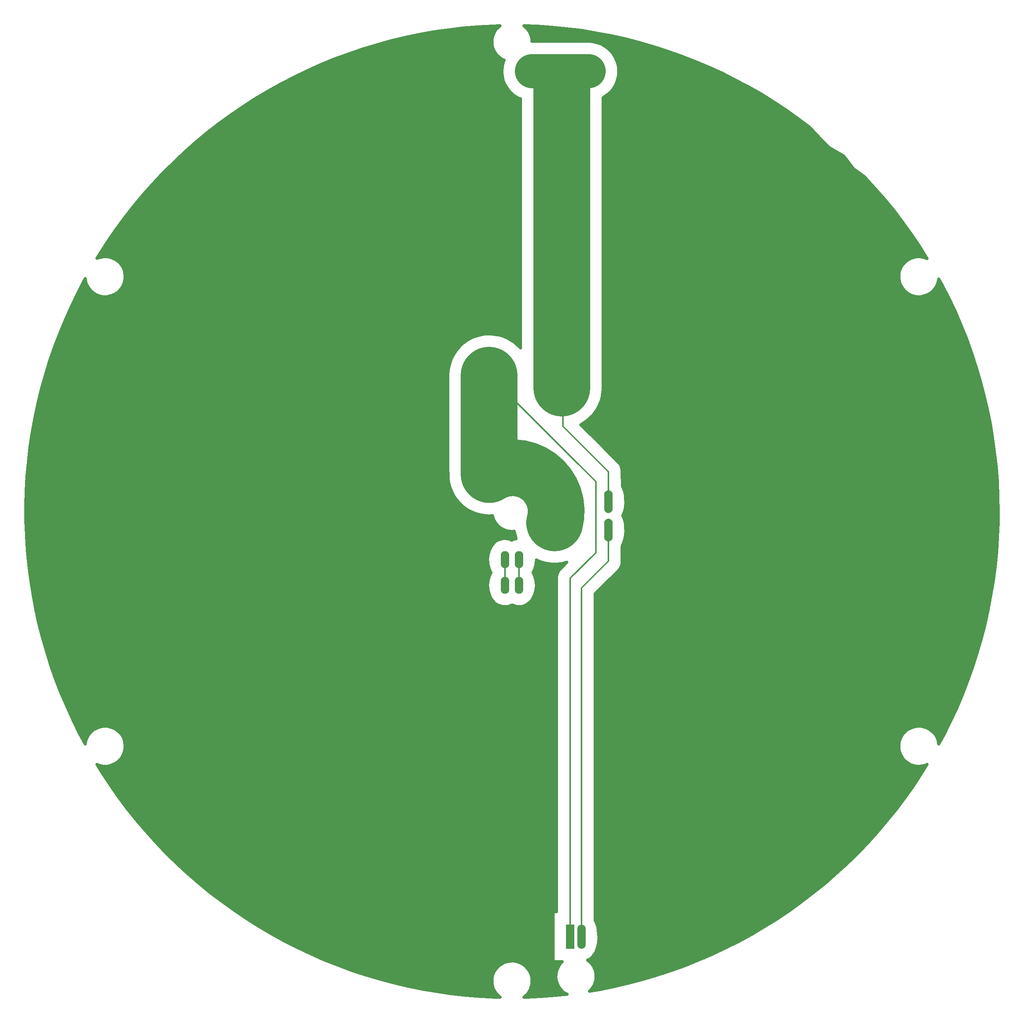
<source format=gbr>
G04 DipTrace 2.3.1.0*
%INBottom_58744_REV3_BLACKPOINT.gbr*%
%MOIN*%
%ADD13C,0.013*%
%ADD14C,0.3*%
%ADD15C,0.5*%
%ADD16C,0.025*%
%ADD21O,0.075X0.2*%
%ADD22O,0.075X0.2125*%
%ADD24O,0.075X0.15*%
%ADD25C,0.06*%
%FSLAX44Y44*%
G04*
G70*
G90*
G75*
G01*
%LNBottom*%
%LPD*%
X47244Y55372D2*
D13*
Y53247D1*
X45244Y59122D2*
X45369D1*
X54619Y49872D1*
Y43622D1*
X52369Y41372D1*
Y10622D1*
X48994Y85997D2*
D14*
X53994D1*
X46619Y42997D2*
D13*
Y40622D1*
X53369Y10622D2*
Y40497D1*
X55744Y42872D1*
Y45497D1*
X45994Y55372D2*
Y53247D1*
X45244Y59247D2*
D15*
Y50497D1*
D13*
X44994Y50747D1*
X47869Y42997D2*
Y40747D1*
X55744Y48622D2*
Y50747D1*
X51744Y54747D1*
Y59997D1*
X51619Y84997D2*
D15*
Y58122D1*
D25*
X49119Y86372D3*
X48619Y85622D3*
X49994Y86497D3*
X50994D3*
X51994Y86372D3*
X53744Y85747D3*
X52869Y86122D3*
X46619Y49622D3*
X47494D3*
X48244Y49247D3*
X48869Y48622D3*
X49119Y47872D3*
Y46997D3*
X49744Y46497D3*
X42676Y89778D2*
D16*
X45919D1*
X48570D2*
X51821D1*
X40777Y89530D2*
X45727D1*
X48762D2*
X53708D1*
X39320Y89281D2*
X45598D1*
X48890D2*
X55157D1*
X38101Y89032D2*
X45512D1*
X48976D2*
X56379D1*
X37039Y88784D2*
X45465D1*
X49023D2*
X57450D1*
X36078Y88535D2*
X45454D1*
X54726D2*
X58426D1*
X35187Y88286D2*
X45481D1*
X55324D2*
X59294D1*
X34379Y88038D2*
X45544D1*
X55687D2*
X60106D1*
X33621Y87789D2*
X45645D1*
X55953D2*
X60879D1*
X32890Y87540D2*
X45797D1*
X56156D2*
X61583D1*
X32226Y87292D2*
X46020D1*
X56316D2*
X62270D1*
X31570Y87043D2*
X46364D1*
X56437D2*
X62911D1*
X30961Y86794D2*
X46458D1*
X56531D2*
X63532D1*
X30363Y86546D2*
X46391D1*
X56597D2*
X64118D1*
X29804Y86297D2*
X46352D1*
X56637D2*
X64688D1*
X29250Y86048D2*
X46337D1*
X56652D2*
X65231D1*
X28734Y85799D2*
X46340D1*
X56648D2*
X65766D1*
X28219Y85551D2*
X46372D1*
X56617D2*
X66266D1*
X27730Y85302D2*
X46426D1*
X56562D2*
X66766D1*
X27254Y85053D2*
X46508D1*
X56480D2*
X67235D1*
X26785Y84805D2*
X46618D1*
X56371D2*
X67700D1*
X26344Y84556D2*
X46762D1*
X56226D2*
X68153D1*
X25898Y84307D2*
X46946D1*
X56043D2*
X68583D1*
X25476Y84059D2*
X47184D1*
X55804D2*
X69016D1*
X25062Y83810D2*
X47501D1*
X55488D2*
X69426D1*
X24652Y83561D2*
X47958D1*
X55281D2*
X69829D1*
X24265Y83313D2*
X47958D1*
X55281D2*
X70231D1*
X23879Y83064D2*
X47958D1*
X55281D2*
X70610D1*
X23496Y82815D2*
X47958D1*
X55281D2*
X70985D1*
X23137Y82567D2*
X47958D1*
X55281D2*
X71360D1*
X22773Y82318D2*
X47958D1*
X55281D2*
X71712D1*
X22418Y82069D2*
X47958D1*
X55281D2*
X72067D1*
X22078Y81820D2*
X47958D1*
X55281D2*
X72419D1*
X21738Y81572D2*
X47958D1*
X55281D2*
X72747D1*
X21402Y81323D2*
X47958D1*
X55281D2*
X73079D1*
X21086Y81074D2*
X47958D1*
X55281D2*
X73411D1*
X20765Y80826D2*
X47958D1*
X55281D2*
X73641D1*
X20449Y80577D2*
X47958D1*
X55281D2*
X73876D1*
X20148Y80328D2*
X47958D1*
X55281D2*
X74106D1*
X19847Y80080D2*
X47958D1*
X55281D2*
X74337D1*
X19551Y79831D2*
X47958D1*
X55281D2*
X74583D1*
X19262Y79582D2*
X47958D1*
X55281D2*
X74833D1*
X18980Y79334D2*
X47958D1*
X55281D2*
X75083D1*
X18699Y79085D2*
X47958D1*
X55281D2*
X75462D1*
X18418Y78836D2*
X47958D1*
X55281D2*
X75883D1*
X18152Y78588D2*
X47958D1*
X55281D2*
X76309D1*
X17890Y78339D2*
X47958D1*
X55281D2*
X76544D1*
X17625Y78090D2*
X47958D1*
X55281D2*
X76735D1*
X17367Y77841D2*
X47958D1*
X55281D2*
X76922D1*
X17121Y77593D2*
X47958D1*
X55281D2*
X77114D1*
X16871Y77344D2*
X47958D1*
X55281D2*
X77344D1*
X16621Y77095D2*
X47958D1*
X55281D2*
X77696D1*
X16383Y76847D2*
X47958D1*
X55281D2*
X78044D1*
X16148Y76598D2*
X47958D1*
X55281D2*
X78344D1*
X15914Y76349D2*
X47958D1*
X55281D2*
X78571D1*
X15683Y76101D2*
X47958D1*
X55281D2*
X78801D1*
X15461Y75852D2*
X47958D1*
X55281D2*
X79032D1*
X15242Y75603D2*
X47958D1*
X55281D2*
X79251D1*
X15019Y75355D2*
X47958D1*
X55281D2*
X79465D1*
X14801Y75106D2*
X47958D1*
X55281D2*
X79680D1*
X14594Y74857D2*
X47958D1*
X55281D2*
X79899D1*
X14387Y74609D2*
X47958D1*
X55281D2*
X80106D1*
X14179Y74360D2*
X47958D1*
X55281D2*
X80305D1*
X13972Y74111D2*
X47958D1*
X55281D2*
X80508D1*
X13777Y73862D2*
X47958D1*
X55281D2*
X80712D1*
X13586Y73614D2*
X47958D1*
X55281D2*
X80907D1*
X13390Y73365D2*
X47958D1*
X55281D2*
X81098D1*
X13195Y73116D2*
X47958D1*
X55281D2*
X81290D1*
X13012Y72868D2*
X47958D1*
X55281D2*
X81477D1*
X12828Y72619D2*
X47958D1*
X55281D2*
X81665D1*
X12644Y72370D2*
X47958D1*
X55281D2*
X81840D1*
X12465Y72122D2*
X47958D1*
X55281D2*
X82020D1*
X12289Y71873D2*
X47958D1*
X55281D2*
X82200D1*
X12117Y71624D2*
X47958D1*
X55281D2*
X82376D1*
X11945Y71376D2*
X47958D1*
X55281D2*
X82544D1*
X11773Y71127D2*
X47958D1*
X55281D2*
X82712D1*
X11609Y70878D2*
X47958D1*
X55281D2*
X82879D1*
X11449Y70630D2*
X47958D1*
X55281D2*
X83047D1*
X11289Y70381D2*
X47958D1*
X55281D2*
X83204D1*
X11125Y70132D2*
X47958D1*
X55281D2*
X83360D1*
X10969Y69883D2*
X47958D1*
X55281D2*
X83516D1*
X10816Y69635D2*
X11012D1*
X11875D2*
X47958D1*
X55281D2*
X82614D1*
X83476D2*
X83672D1*
X12449Y69386D2*
X47958D1*
X55281D2*
X82040D1*
X12746Y69137D2*
X47958D1*
X55281D2*
X81743D1*
X12941Y68889D2*
X47958D1*
X55281D2*
X81547D1*
X13078Y68640D2*
X47958D1*
X55281D2*
X81411D1*
X13168Y68391D2*
X47958D1*
X55281D2*
X81321D1*
X13219Y68143D2*
X47958D1*
X55281D2*
X81270D1*
X13234Y67894D2*
X47958D1*
X55281D2*
X81254D1*
X13215Y67645D2*
X47958D1*
X55281D2*
X81274D1*
X9535Y67397D2*
X9731D1*
X13156D2*
X47958D1*
X55281D2*
X81333D1*
X84758D2*
X84958D1*
X9402Y67148D2*
X9833D1*
X13058D2*
X47958D1*
X55281D2*
X81430D1*
X84656D2*
X85090D1*
X9273Y66899D2*
X9977D1*
X12910D2*
X47958D1*
X55281D2*
X81579D1*
X84512D2*
X85215D1*
X9144Y66651D2*
X10192D1*
X12699D2*
X47958D1*
X55281D2*
X81790D1*
X84297D2*
X85344D1*
X9015Y66402D2*
X10516D1*
X12375D2*
X47958D1*
X55281D2*
X82114D1*
X83972D2*
X85469D1*
X8894Y66153D2*
X11360D1*
X11529D2*
X47958D1*
X55281D2*
X82962D1*
X83129D2*
X85594D1*
X8777Y65904D2*
X47958D1*
X55281D2*
X85715D1*
X8656Y65656D2*
X47958D1*
X55281D2*
X85833D1*
X8535Y65407D2*
X47958D1*
X55281D2*
X85950D1*
X8422Y65158D2*
X47958D1*
X55281D2*
X86067D1*
X8308Y64910D2*
X47958D1*
X55281D2*
X86184D1*
X8195Y64661D2*
X47958D1*
X55281D2*
X86294D1*
X8086Y64412D2*
X47958D1*
X55281D2*
X86403D1*
X7972Y64164D2*
X47958D1*
X55281D2*
X86508D1*
X7871Y63915D2*
X47958D1*
X55281D2*
X86618D1*
X7769Y63666D2*
X47958D1*
X55281D2*
X86723D1*
X7668Y63418D2*
X47958D1*
X55281D2*
X86825D1*
X7562Y63169D2*
X47958D1*
X55281D2*
X86922D1*
X7461Y62920D2*
X47958D1*
X55281D2*
X87024D1*
X7367Y62672D2*
X44001D1*
X46488D2*
X47958D1*
X55281D2*
X87122D1*
X7273Y62423D2*
X43450D1*
X47039D2*
X47958D1*
X55281D2*
X87219D1*
X7179Y62174D2*
X43063D1*
X47426D2*
X47958D1*
X55281D2*
X87309D1*
X7086Y61925D2*
X42762D1*
X47726D2*
X47958D1*
X55281D2*
X87399D1*
X6996Y61677D2*
X42516D1*
X55281D2*
X87489D1*
X6910Y61428D2*
X42313D1*
X55281D2*
X87579D1*
X6824Y61179D2*
X42141D1*
X55281D2*
X87669D1*
X6738Y60931D2*
X41997D1*
X55281D2*
X87751D1*
X6652Y60682D2*
X41879D1*
X55281D2*
X87833D1*
X6570Y60433D2*
X41782D1*
X55281D2*
X87915D1*
X6496Y60185D2*
X41708D1*
X55281D2*
X87997D1*
X6418Y59936D2*
X41649D1*
X55281D2*
X88075D1*
X6340Y59687D2*
X41610D1*
X55281D2*
X88149D1*
X6262Y59439D2*
X41590D1*
X55281D2*
X88223D1*
X6187Y59190D2*
X41583D1*
X55281D2*
X88297D1*
X6121Y58941D2*
X41583D1*
X55281D2*
X88372D1*
X6051Y58693D2*
X41583D1*
X55281D2*
X88442D1*
X5984Y58444D2*
X41583D1*
X55281D2*
X88504D1*
X5914Y58195D2*
X41583D1*
X55281D2*
X88571D1*
X5847Y57946D2*
X41583D1*
X55273D2*
X88637D1*
X5789Y57698D2*
X41583D1*
X55254D2*
X88704D1*
X5726Y57449D2*
X41583D1*
X55215D2*
X88766D1*
X5664Y57200D2*
X41583D1*
X55160D2*
X88825D1*
X5605Y56952D2*
X41583D1*
X55086D2*
X88879D1*
X5547Y56703D2*
X41583D1*
X54992D2*
X88938D1*
X5492Y56454D2*
X41583D1*
X54875D2*
X88997D1*
X5441Y56206D2*
X41583D1*
X54734D2*
X89051D1*
X5387Y55957D2*
X41583D1*
X54562D2*
X89102D1*
X5336Y55708D2*
X41583D1*
X54363D2*
X89153D1*
X5285Y55460D2*
X41583D1*
X54117D2*
X89200D1*
X5238Y55211D2*
X41583D1*
X53820D2*
X89251D1*
X5195Y54962D2*
X41583D1*
X53441D2*
X89297D1*
X5148Y54714D2*
X41583D1*
X53500D2*
X89340D1*
X5105Y54465D2*
X41583D1*
X53750D2*
X89383D1*
X5058Y54216D2*
X41583D1*
X53996D2*
X89426D1*
X5023Y53967D2*
X41583D1*
X54246D2*
X89465D1*
X4984Y53719D2*
X41583D1*
X54496D2*
X89508D1*
X4949Y53470D2*
X41583D1*
X54742D2*
X89544D1*
X4910Y53221D2*
X41583D1*
X54992D2*
X89579D1*
X4875Y52973D2*
X41583D1*
X55242D2*
X89610D1*
X4844Y52724D2*
X41583D1*
X55488D2*
X89645D1*
X4812Y52475D2*
X41583D1*
X55738D2*
X89680D1*
X4781Y52227D2*
X41583D1*
X55988D2*
X89708D1*
X4754Y51978D2*
X41583D1*
X56234D2*
X89735D1*
X4722Y51729D2*
X41583D1*
X56484D2*
X89762D1*
X4699Y51481D2*
X41583D1*
X56719D2*
X89786D1*
X4676Y51232D2*
X41583D1*
X56867D2*
X89813D1*
X4656Y50983D2*
X41583D1*
X56945D2*
X89837D1*
X4633Y50735D2*
X41583D1*
X56969D2*
X89856D1*
X4613Y50486D2*
X41583D1*
X56969D2*
X89876D1*
X4594Y50237D2*
X41594D1*
X56969D2*
X89891D1*
X4578Y49988D2*
X41622D1*
X56969D2*
X89911D1*
X4566Y49740D2*
X41665D1*
X56969D2*
X89926D1*
X4551Y49491D2*
X41727D1*
X56976D2*
X89938D1*
X4535Y49242D2*
X41809D1*
X57086D2*
X89950D1*
X4523Y48994D2*
X41911D1*
X57172D2*
X89962D1*
X4515Y48745D2*
X42036D1*
X57222D2*
X89973D1*
X4512Y48496D2*
X42184D1*
X57258D2*
X89981D1*
X4504Y48248D2*
X42364D1*
X57273D2*
X89985D1*
X4496Y47999D2*
X42579D1*
X57273D2*
X89989D1*
X4492Y47750D2*
X42840D1*
X57258D2*
X89993D1*
X4492Y47502D2*
X43161D1*
X57222D2*
X89997D1*
X4492Y47253D2*
X43579D1*
X57172D2*
X90001D1*
X4492Y47004D2*
X44212D1*
X57086D2*
X90001D1*
X4492Y46756D2*
X45524D1*
X57082D2*
X89997D1*
X4496Y46507D2*
X45618D1*
X57168D2*
X89993D1*
X4500Y46258D2*
X45758D1*
X57219D2*
X89989D1*
X4508Y46009D2*
X45962D1*
X57258D2*
X89981D1*
X4519Y45761D2*
X46266D1*
X57273D2*
X89969D1*
X4527Y45512D2*
X46895D1*
X57273D2*
X89962D1*
X4535Y45263D2*
X47469D1*
X57262D2*
X89954D1*
X4547Y45015D2*
X47551D1*
X57222D2*
X89942D1*
X4562Y44766D2*
X46063D1*
X47176D2*
X47312D1*
X57176D2*
X89926D1*
X4578Y44517D2*
X45680D1*
X57090D2*
X89911D1*
X4594Y44269D2*
X45454D1*
X56984D2*
X89891D1*
X4613Y44020D2*
X45313D1*
X56969D2*
X89876D1*
X4629Y43771D2*
X45208D1*
X56969D2*
X89860D1*
X4652Y43523D2*
X45141D1*
X56969D2*
X89837D1*
X4676Y43274D2*
X45102D1*
X56969D2*
X89813D1*
X4699Y43025D2*
X45087D1*
X56969D2*
X89786D1*
X4726Y42777D2*
X45098D1*
X49390D2*
X49887D1*
X56965D2*
X89762D1*
X4750Y42528D2*
X45129D1*
X49359D2*
X51801D1*
X56918D2*
X89739D1*
X4781Y42279D2*
X45192D1*
X49297D2*
X51555D1*
X56812D2*
X89712D1*
X4812Y42030D2*
X45286D1*
X49203D2*
X51340D1*
X56625D2*
X89676D1*
X4844Y41782D2*
X45321D1*
X49168D2*
X51215D1*
X56375D2*
X89645D1*
X4875Y41533D2*
X45212D1*
X49277D2*
X51157D1*
X56129D2*
X89614D1*
X4906Y41284D2*
X45145D1*
X49344D2*
X51145D1*
X55879D2*
X89583D1*
X4945Y41036D2*
X45102D1*
X49387D2*
X51145D1*
X55629D2*
X89547D1*
X4984Y40787D2*
X45087D1*
X49402D2*
X51145D1*
X55383D2*
X89508D1*
X5023Y40538D2*
X45098D1*
X49390D2*
X51145D1*
X55133D2*
X89465D1*
X5062Y40290D2*
X45126D1*
X49363D2*
X51145D1*
X54883D2*
X89426D1*
X5101Y40041D2*
X45188D1*
X49301D2*
X51145D1*
X54637D2*
X89387D1*
X5144Y39792D2*
X45278D1*
X49211D2*
X51145D1*
X54594D2*
X89348D1*
X5191Y39544D2*
X45407D1*
X49082D2*
X51145D1*
X54594D2*
X89297D1*
X5238Y39295D2*
X45614D1*
X48875D2*
X51145D1*
X54594D2*
X89251D1*
X5285Y39046D2*
X45919D1*
X48570D2*
X51145D1*
X54594D2*
X89204D1*
X5332Y38798D2*
X51145D1*
X54594D2*
X89157D1*
X5383Y38549D2*
X51145D1*
X54594D2*
X89106D1*
X5437Y38300D2*
X51145D1*
X54594D2*
X89051D1*
X5492Y38051D2*
X51145D1*
X54594D2*
X88997D1*
X5547Y37803D2*
X51145D1*
X54594D2*
X88942D1*
X5601Y37554D2*
X51145D1*
X54594D2*
X88887D1*
X5660Y37305D2*
X51145D1*
X54594D2*
X88829D1*
X5722Y37057D2*
X51145D1*
X54594D2*
X88766D1*
X5785Y36808D2*
X51145D1*
X54594D2*
X88704D1*
X5847Y36559D2*
X51145D1*
X54594D2*
X88641D1*
X5910Y36311D2*
X51145D1*
X54594D2*
X88575D1*
X5976Y36062D2*
X51145D1*
X54594D2*
X88512D1*
X6047Y35813D2*
X51145D1*
X54594D2*
X88442D1*
X6117Y35565D2*
X51145D1*
X54594D2*
X88372D1*
X6187Y35316D2*
X51145D1*
X54594D2*
X88297D1*
X6262Y35067D2*
X51145D1*
X54594D2*
X88227D1*
X6332Y34819D2*
X51145D1*
X54594D2*
X88157D1*
X6414Y34570D2*
X51145D1*
X54594D2*
X88079D1*
X6492Y34321D2*
X51145D1*
X54594D2*
X87997D1*
X6570Y34072D2*
X51145D1*
X54594D2*
X87919D1*
X6648Y33824D2*
X51145D1*
X54594D2*
X87837D1*
X6730Y33575D2*
X51145D1*
X54594D2*
X87758D1*
X6820Y33326D2*
X51145D1*
X54594D2*
X87669D1*
X6906Y33078D2*
X51145D1*
X54594D2*
X87583D1*
X6996Y32829D2*
X51145D1*
X54594D2*
X87493D1*
X7082Y32580D2*
X51145D1*
X54594D2*
X87407D1*
X7172Y32332D2*
X51145D1*
X54594D2*
X87317D1*
X7269Y32083D2*
X51145D1*
X54594D2*
X87219D1*
X7367Y31834D2*
X51145D1*
X54594D2*
X87122D1*
X7461Y31586D2*
X51145D1*
X54594D2*
X87028D1*
X7558Y31337D2*
X51145D1*
X54594D2*
X86930D1*
X7660Y31088D2*
X51145D1*
X54594D2*
X86833D1*
X7762Y30840D2*
X51145D1*
X54594D2*
X86727D1*
X7867Y30591D2*
X51145D1*
X54594D2*
X86622D1*
X7972Y30342D2*
X51145D1*
X54594D2*
X86516D1*
X8078Y30093D2*
X51145D1*
X54594D2*
X86411D1*
X8191Y29845D2*
X51145D1*
X54594D2*
X86301D1*
X8304Y29596D2*
X51145D1*
X54594D2*
X86188D1*
X8418Y29347D2*
X51145D1*
X54594D2*
X86071D1*
X8531Y29099D2*
X51145D1*
X54594D2*
X85958D1*
X8644Y28850D2*
X51145D1*
X54594D2*
X85840D1*
X8769Y28601D2*
X51145D1*
X54594D2*
X85723D1*
X8890Y28353D2*
X51145D1*
X54594D2*
X85598D1*
X9015Y28104D2*
X10536D1*
X12355D2*
X51145D1*
X54594D2*
X82133D1*
X83953D2*
X85473D1*
X9137Y27855D2*
X10204D1*
X12687D2*
X51145D1*
X54594D2*
X81801D1*
X84285D2*
X85348D1*
X9262Y27607D2*
X9985D1*
X12902D2*
X51145D1*
X54594D2*
X81587D1*
X84504D2*
X85227D1*
X9394Y27358D2*
X9837D1*
X13051D2*
X51145D1*
X54594D2*
X81438D1*
X84652D2*
X85094D1*
X9527Y27109D2*
X9735D1*
X13152D2*
X51145D1*
X54594D2*
X81337D1*
X84754D2*
X84962D1*
X13211Y26861D2*
X51145D1*
X54594D2*
X81278D1*
X13234Y26612D2*
X51145D1*
X54594D2*
X81254D1*
X13222Y26363D2*
X51145D1*
X54594D2*
X81266D1*
X13172Y26114D2*
X51145D1*
X54594D2*
X81317D1*
X13086Y25866D2*
X51145D1*
X54594D2*
X81403D1*
X12949Y25617D2*
X51145D1*
X54594D2*
X81540D1*
X12754Y25368D2*
X51145D1*
X54594D2*
X81735D1*
X12465Y25120D2*
X51145D1*
X54594D2*
X82024D1*
X10812Y24871D2*
X10969D1*
X11922D2*
X51145D1*
X54594D2*
X82567D1*
X83519D2*
X83680D1*
X10965Y24622D2*
X51145D1*
X54594D2*
X83524D1*
X11117Y24374D2*
X51145D1*
X54594D2*
X83372D1*
X11277Y24125D2*
X51145D1*
X54594D2*
X83215D1*
X11441Y23876D2*
X51145D1*
X54594D2*
X83047D1*
X11605Y23628D2*
X51145D1*
X54594D2*
X82883D1*
X11765Y23379D2*
X51145D1*
X54594D2*
X82719D1*
X11933Y23130D2*
X51145D1*
X54594D2*
X82555D1*
X12109Y22882D2*
X51145D1*
X54594D2*
X82379D1*
X12285Y22633D2*
X51145D1*
X54594D2*
X82204D1*
X12457Y22384D2*
X51145D1*
X54594D2*
X82028D1*
X12633Y22135D2*
X51145D1*
X54594D2*
X81852D1*
X12820Y21887D2*
X51145D1*
X54594D2*
X81672D1*
X13004Y21638D2*
X51145D1*
X54594D2*
X81485D1*
X13191Y21389D2*
X51145D1*
X54594D2*
X81297D1*
X13375Y21141D2*
X51145D1*
X54594D2*
X81110D1*
X13574Y20892D2*
X51145D1*
X54594D2*
X80919D1*
X13769Y20643D2*
X51145D1*
X54594D2*
X80719D1*
X13969Y20395D2*
X51145D1*
X54594D2*
X80520D1*
X14168Y20146D2*
X51145D1*
X54594D2*
X80321D1*
X14375Y19897D2*
X51145D1*
X54594D2*
X80114D1*
X14586Y19649D2*
X51145D1*
X54594D2*
X79903D1*
X14797Y19400D2*
X51145D1*
X54594D2*
X79692D1*
X15008Y19151D2*
X51145D1*
X54594D2*
X79477D1*
X15230Y18903D2*
X51145D1*
X54594D2*
X79262D1*
X15453Y18654D2*
X51145D1*
X54594D2*
X79036D1*
X15676Y18405D2*
X51145D1*
X54594D2*
X78809D1*
X15902Y18156D2*
X51145D1*
X54594D2*
X78587D1*
X16137Y17908D2*
X51145D1*
X54594D2*
X78352D1*
X16375Y17659D2*
X51145D1*
X54594D2*
X78114D1*
X16613Y17410D2*
X51145D1*
X54594D2*
X77876D1*
X16855Y17162D2*
X51145D1*
X54594D2*
X77633D1*
X17105Y16913D2*
X51145D1*
X54594D2*
X77383D1*
X17359Y16664D2*
X51145D1*
X54594D2*
X77129D1*
X17613Y16416D2*
X51145D1*
X54594D2*
X76876D1*
X17875Y16167D2*
X51145D1*
X54594D2*
X76618D1*
X18140Y15918D2*
X51145D1*
X54594D2*
X76348D1*
X18410Y15670D2*
X51145D1*
X54594D2*
X76079D1*
X18679Y15421D2*
X51145D1*
X54594D2*
X75805D1*
X18965Y15172D2*
X51145D1*
X54594D2*
X75528D1*
X19250Y14924D2*
X51145D1*
X54594D2*
X75239D1*
X19535Y14675D2*
X51145D1*
X54594D2*
X74950D1*
X19832Y14426D2*
X51145D1*
X54594D2*
X74661D1*
X20137Y14177D2*
X51145D1*
X54594D2*
X74356D1*
X20437Y13929D2*
X51145D1*
X54594D2*
X74047D1*
X20746Y13680D2*
X51145D1*
X54594D2*
X73743D1*
X21070Y13431D2*
X51145D1*
X54594D2*
X73419D1*
X21394Y13183D2*
X51145D1*
X54594D2*
X73094D1*
X21719Y12934D2*
X51145D1*
X54594D2*
X72766D1*
X22062Y12685D2*
X51145D1*
X54594D2*
X72430D1*
X22406Y12437D2*
X51145D1*
X54594D2*
X72083D1*
X22750Y12188D2*
X51145D1*
X54594D2*
X71735D1*
X23117Y11939D2*
X50833D1*
X54594D2*
X71372D1*
X23484Y11691D2*
X50833D1*
X54594D2*
X71001D1*
X23855Y11442D2*
X50833D1*
X54594D2*
X70633D1*
X24246Y11193D2*
X50833D1*
X54621D2*
X70243D1*
X24640Y10945D2*
X50833D1*
X54722D2*
X69848D1*
X25039Y10696D2*
X50833D1*
X54801D2*
X69450D1*
X25461Y10447D2*
X50833D1*
X54847D2*
X69028D1*
X25883Y10198D2*
X50833D1*
X54883D2*
X68606D1*
X26320Y9950D2*
X50833D1*
X54898D2*
X68172D1*
X26769Y9701D2*
X50833D1*
X54898D2*
X67719D1*
X27222Y9452D2*
X50833D1*
X54887D2*
X67262D1*
X27711Y9204D2*
X50833D1*
X54855D2*
X66782D1*
X28195Y8955D2*
X50833D1*
X54808D2*
X66290D1*
X28707Y8706D2*
X50833D1*
X54734D2*
X65786D1*
X29230Y8458D2*
X50833D1*
X54637D2*
X65254D1*
X29773Y8209D2*
X50833D1*
X54480D2*
X64719D1*
X30344Y7960D2*
X50833D1*
X54273D2*
X64145D1*
X30929Y7712D2*
X50833D1*
X53980D2*
X63563D1*
X31547Y7463D2*
X46387D1*
X48101D2*
X51508D1*
X54242D2*
X62938D1*
X32191Y7214D2*
X46032D1*
X48457D2*
X51329D1*
X54418D2*
X62305D1*
X32867Y6965D2*
X45805D1*
X48683D2*
X51208D1*
X54539D2*
X61618D1*
X33586Y6717D2*
X45653D1*
X48836D2*
X51129D1*
X54617D2*
X60907D1*
X34336Y6468D2*
X45547D1*
X48941D2*
X51090D1*
X54656D2*
X60149D1*
X35160Y6219D2*
X45481D1*
X49008D2*
X51087D1*
X54660D2*
X59329D1*
X36035Y5971D2*
X45454D1*
X49035D2*
X51118D1*
X54629D2*
X58458D1*
X36980Y5722D2*
X45465D1*
X49023D2*
X51188D1*
X54562D2*
X57508D1*
X38043Y5473D2*
X45508D1*
X48980D2*
X51297D1*
X54449D2*
X56438D1*
X39254Y5225D2*
X45590D1*
X48898D2*
X51462D1*
X54285D2*
X55227D1*
X40679Y4976D2*
X45719D1*
X48769D2*
X51704D1*
X42582Y4727D2*
X45907D1*
X48582D2*
X51911D1*
X46548Y86966D2*
X46316Y87086D1*
X46113Y87232D1*
X45933Y87405D1*
X45780Y87602D1*
X45655Y87819D1*
X45563Y88051D1*
X45504Y88294D1*
X45480Y88542D1*
X45491Y88792D1*
X45538Y89037D1*
X45618Y89274D1*
X45731Y89496D1*
X45875Y89701D1*
X46046Y89883D1*
X46206Y90013D1*
X45538Y89995D1*
X44239Y89923D1*
X42944Y89812D1*
X41653Y89662D1*
X40366Y89473D1*
X39086Y89244D1*
X37814Y88977D1*
X36550Y88671D1*
X35297Y88327D1*
X34054Y87945D1*
X32823Y87525D1*
X31606Y87069D1*
X30403Y86575D1*
X29216Y86045D1*
X28045Y85479D1*
X26892Y84878D1*
X25758Y84242D1*
X24644Y83573D1*
X23551Y82869D1*
X22479Y82133D1*
X21431Y81364D1*
X20406Y80564D1*
X19406Y79733D1*
X18432Y78872D1*
X17484Y77982D1*
X16564Y77063D1*
X15672Y76117D1*
X14809Y75145D1*
X13976Y74146D1*
X13174Y73123D1*
X12404Y72075D1*
X11665Y71005D1*
X10960Y69913D1*
X10728Y69529D1*
X10887Y69592D1*
X11129Y69654D1*
X11377Y69681D1*
X11627Y69673D1*
X11873Y69629D1*
X12110Y69552D1*
X12334Y69441D1*
X12540Y69300D1*
X12725Y69132D1*
X12883Y68939D1*
X13013Y68726D1*
X13112Y68496D1*
X13177Y68255D1*
X13207Y68007D1*
X13205Y67792D1*
X13170Y67545D1*
X13100Y67305D1*
X12997Y67077D1*
X12863Y66867D1*
X12700Y66677D1*
X12513Y66512D1*
X12304Y66375D1*
X12077Y66270D1*
X11838Y66197D1*
X11592Y66158D1*
X11342Y66155D1*
X11094Y66187D1*
X10853Y66254D1*
X10625Y66354D1*
X10412Y66485D1*
X10220Y66645D1*
X10053Y66831D1*
X9914Y67038D1*
X9805Y67263D1*
X9729Y67501D1*
X9689Y67736D1*
X9534Y67446D1*
X9047Y66515D1*
X8479Y65346D1*
X7947Y64160D1*
X7451Y62958D1*
X6992Y61741D1*
X6570Y60511D1*
X6186Y59269D1*
X5840Y58016D1*
X5532Y56753D1*
X5262Y55481D1*
X5031Y54202D1*
X4840Y52916D1*
X4687Y51625D1*
X4573Y50329D1*
X4499Y49031D1*
X4465Y47732D1*
X4470Y46431D1*
X4515Y45132D1*
X4599Y43835D1*
X4722Y42540D1*
X4885Y41250D1*
X5086Y39966D1*
X5327Y38688D1*
X5607Y37419D1*
X5924Y36158D1*
X6280Y34907D1*
X6674Y33668D1*
X7106Y32442D1*
X7574Y31229D1*
X8079Y30031D1*
X8620Y28849D1*
X9197Y27684D1*
X9688Y26763D1*
X9738Y27027D1*
X9818Y27264D1*
X9931Y27486D1*
X10075Y27691D1*
X10246Y27873D1*
X10441Y28029D1*
X10656Y28156D1*
X10887Y28252D1*
X11129Y28314D1*
X11377Y28341D1*
X11627Y28333D1*
X11873Y28289D1*
X12110Y28212D1*
X12334Y28101D1*
X12540Y27960D1*
X12725Y27792D1*
X12883Y27599D1*
X13013Y27386D1*
X13112Y27156D1*
X13177Y26915D1*
X13207Y26667D1*
X13205Y26452D1*
X13170Y26205D1*
X13100Y25965D1*
X12997Y25737D1*
X12863Y25527D1*
X12700Y25337D1*
X12513Y25172D1*
X12304Y25035D1*
X12077Y24930D1*
X11838Y24857D1*
X11592Y24818D1*
X11342Y24815D1*
X11094Y24847D1*
X10853Y24914D1*
X10727Y24965D1*
X11137Y24301D1*
X11850Y23214D1*
X12597Y22150D1*
X13376Y21109D1*
X14186Y20091D1*
X15026Y19099D1*
X15896Y18133D1*
X16795Y17194D1*
X17723Y16283D1*
X18677Y15400D1*
X19658Y14547D1*
X20665Y13724D1*
X21695Y12931D1*
X22750Y12171D1*
X23827Y11443D1*
X24926Y10748D1*
X26045Y10086D1*
X27184Y9459D1*
X28342Y8867D1*
X29517Y8311D1*
X30708Y7790D1*
X31915Y7306D1*
X33135Y6858D1*
X34369Y6448D1*
X35615Y6076D1*
X36871Y5742D1*
X38137Y5446D1*
X39412Y5188D1*
X40693Y4970D1*
X41981Y4790D1*
X43274Y4650D1*
X44570Y4549D1*
X45869Y4487D1*
X46201Y4482D1*
X46020Y4635D1*
X45853Y4821D1*
X45714Y5028D1*
X45605Y5253D1*
X45529Y5491D1*
X45488Y5737D1*
X45481Y5987D1*
X45510Y6235D1*
X45574Y6477D1*
X45671Y6707D1*
X45800Y6921D1*
X45957Y7115D1*
X46141Y7284D1*
X46346Y7426D1*
X46570Y7538D1*
X46807Y7617D1*
X47052Y7662D1*
X47302Y7671D1*
X47550Y7645D1*
X47793Y7585D1*
X48024Y7491D1*
X48240Y7365D1*
X48436Y7209D1*
X48608Y7028D1*
X48752Y6825D1*
X48867Y6603D1*
X48948Y6367D1*
X48996Y6121D1*
X49009Y5907D1*
X48992Y5658D1*
X48939Y5414D1*
X48852Y5179D1*
X48734Y4960D1*
X48585Y4759D1*
X48409Y4581D1*
X48284Y4482D1*
X48469D1*
X49768Y4539D1*
X51064Y4636D1*
X52078Y4742D1*
X51946Y4816D1*
X51743Y4962D1*
X51563Y5135D1*
X51410Y5332D1*
X51285Y5549D1*
X51193Y5781D1*
X51134Y6024D1*
X51110Y6272D1*
X51121Y6522D1*
X51168Y6767D1*
X51248Y7004D1*
X51361Y7226D1*
X51505Y7431D1*
X51673Y7610D1*
X50859Y7612D1*
Y12007D1*
X51168D1*
X51169Y25497D1*
Y41372D1*
X51176Y41497D1*
X51195Y41620D1*
X51227Y41741D1*
X51272Y41858D1*
X51328Y41969D1*
X51396Y42074D1*
X51521Y42221D1*
X52076Y42776D1*
X51735Y42688D1*
X51488Y42646D1*
X51240Y42620D1*
X50990Y42612D1*
X50740Y42621D1*
X50492Y42647D1*
X50245Y42690D1*
X50003Y42750D1*
X49765Y42826D1*
X49533Y42919D1*
X49381Y42990D1*
X49357Y42676D1*
X49326Y42485D1*
X49235Y42157D1*
X49103Y41879D1*
X49160Y41751D1*
X49237Y41582D1*
X49326Y41259D1*
X49357Y41068D1*
X49378Y40708D1*
X49357Y40426D1*
X49326Y40235D1*
X49235Y39907D1*
X49105Y39633D1*
X49044Y39525D1*
X48971Y39425D1*
X48795Y39239D1*
X48644Y39110D1*
X48473Y39009D1*
X48328Y38952D1*
X48134Y38893D1*
X47974Y38867D1*
X47812Y38864D1*
X47652Y38883D1*
X47449Y38940D1*
X47251Y39016D1*
X47154Y38979D1*
X46884Y38893D1*
X46724Y38867D1*
X46562Y38864D1*
X46402Y38883D1*
X46199Y38940D1*
X46010Y39012D1*
X45870Y39092D1*
X45742Y39192D1*
X45522Y39419D1*
X45409Y39586D1*
X45301Y39799D1*
X45252Y39912D1*
X45163Y40235D1*
X45131Y40426D1*
X45110Y40786D1*
X45131Y41068D1*
X45163Y41259D1*
X45254Y41587D1*
X45386Y41865D1*
X45328Y41993D1*
X45252Y42162D1*
X45163Y42485D1*
X45131Y42676D1*
X45110Y43036D1*
X45131Y43318D1*
X45163Y43509D1*
X45254Y43837D1*
X45384Y44111D1*
X45445Y44219D1*
X45517Y44319D1*
X45693Y44505D1*
X45844Y44634D1*
X46016Y44735D1*
X46161Y44792D1*
X46355Y44851D1*
X46514Y44877D1*
X46676Y44881D1*
X46837Y44861D1*
X47039Y44805D1*
X47238Y44728D1*
X47334Y44765D1*
X47607Y44851D1*
X47575Y44843D1*
X47600Y44946D1*
X47519Y45182D1*
X47438Y45496D1*
X47267Y45482D1*
X47017Y45497D1*
X46773Y45546D1*
X46537Y45630D1*
X46316Y45746D1*
X46113Y45892D1*
X45933Y46065D1*
X45780Y46262D1*
X45655Y46479D1*
X45563Y46711D1*
X45520Y46873D1*
X45204Y46862D1*
X44954Y46874D1*
X44706Y46902D1*
X44460Y46948D1*
X44218Y47010D1*
X43981Y47089D1*
X43750Y47184D1*
X43526Y47294D1*
X43310Y47420D1*
X43103Y47560D1*
X42906Y47714D1*
X42720Y47881D1*
X42546Y48061D1*
X42385Y48252D1*
X42238Y48454D1*
X42105Y48665D1*
X41986Y48885D1*
X41883Y49113D1*
X41796Y49347D1*
X41725Y49587D1*
X41671Y49831D1*
X41634Y50078D1*
X41613Y50327D1*
X41609Y51122D1*
X41611Y59372D1*
X41629Y59621D1*
X41663Y59869D1*
X41714Y60114D1*
X41782Y60354D1*
X41866Y60590D1*
X41967Y60819D1*
X42082Y61040D1*
X42213Y61253D1*
X42358Y61457D1*
X42517Y61650D1*
X42688Y61832D1*
X42872Y62001D1*
X43067Y62158D1*
X43272Y62300D1*
X43486Y62429D1*
X43709Y62542D1*
X43939Y62640D1*
X44176Y62721D1*
X44417Y62787D1*
X44662Y62835D1*
X44910Y62867D1*
X45159Y62881D1*
X45409Y62878D1*
X45659Y62858D1*
X45906Y62821D1*
X46150Y62767D1*
X46390Y62697D1*
X46624Y62610D1*
X46852Y62507D1*
X47072Y62389D1*
X47284Y62256D1*
X47486Y62109D1*
X47677Y61948D1*
X47857Y61774D1*
X47986Y61633D1*
X47984Y71247D1*
Y83563D1*
X47791Y83653D1*
X47574Y83778D1*
X47370Y83922D1*
X47181Y84085D1*
X47008Y84266D1*
X46853Y84462D1*
X46717Y84671D1*
X46602Y84893D1*
X46508Y85125D1*
X46436Y85364D1*
X46388Y85609D1*
X46363Y85858D1*
X46362Y86108D1*
X46384Y86357D1*
X46430Y86603D1*
X46499Y86843D1*
X46543Y86964D1*
X48281Y90014D2*
X48436Y89889D1*
X48608Y89708D1*
X48752Y89505D1*
X48867Y89283D1*
X48948Y89047D1*
X48996Y88801D1*
X49008Y88629D1*
X50369Y88632D1*
X54119Y88629D1*
X54368Y88605D1*
X54613Y88558D1*
X54853Y88488D1*
X55085Y88396D1*
X55308Y88281D1*
X55518Y88147D1*
X55715Y87993D1*
X55896Y87821D1*
X56061Y87632D1*
X56206Y87429D1*
X56332Y87213D1*
X56437Y86986D1*
X56519Y86750D1*
X56579Y86508D1*
X56616Y86261D1*
X56629Y86011D1*
X56619Y85761D1*
X56585Y85514D1*
X56527Y85271D1*
X56447Y85034D1*
X56345Y84806D1*
X56221Y84589D1*
X56078Y84384D1*
X55916Y84194D1*
X55736Y84020D1*
X55541Y83864D1*
X55332Y83727D1*
X55254Y83683D1*
X55252Y57997D1*
X55235Y57748D1*
X55201Y57500D1*
X55150Y57256D1*
X55082Y57015D1*
X54997Y56780D1*
X54897Y56551D1*
X54781Y56329D1*
X54651Y56116D1*
X54506Y55912D1*
X54347Y55719D1*
X54175Y55538D1*
X53992Y55368D1*
X53797Y55212D1*
X53592Y55069D1*
X53291Y54895D1*
X54626Y53563D1*
X56676Y51503D1*
X56750Y51402D1*
X56813Y51294D1*
X56864Y51180D1*
X56903Y51061D1*
X56929Y50939D1*
X56944Y50747D1*
X56946Y49502D1*
X57027Y49330D1*
X57148Y48987D1*
X57216Y48644D1*
X57241Y48374D1*
X57252Y48055D1*
X57219Y47618D1*
X57131Y47196D1*
X57011Y46875D1*
X57149Y46485D1*
X57216Y46144D1*
X57241Y45874D1*
X57252Y45555D1*
X57219Y45118D1*
X57131Y44696D1*
X57027Y44415D1*
X56961Y44269D1*
X56944Y44122D1*
X56938Y42747D1*
X56918Y42624D1*
X56886Y42503D1*
X56842Y42386D1*
X56785Y42275D1*
X56717Y42170D1*
X56593Y42024D1*
X54569Y39997D1*
Y11243D1*
X54660Y11047D1*
X54779Y10688D1*
X54843Y10339D1*
X54866Y10076D1*
X54878Y9746D1*
X54845Y9290D1*
X54760Y8859D1*
X54660Y8572D1*
X54612Y8457D1*
X54523Y8304D1*
X54343Y8056D1*
X54258Y7968D1*
X54164Y7890D1*
X54063Y7822D1*
X53909Y7745D1*
X54066Y7619D1*
X54238Y7438D1*
X54382Y7235D1*
X54497Y7013D1*
X54578Y6777D1*
X54626Y6531D1*
X54639Y6317D1*
X54622Y6068D1*
X54569Y5824D1*
X54482Y5589D1*
X54364Y5370D1*
X54215Y5169D1*
X54065Y5015D1*
X54928Y5161D1*
X56203Y5414D1*
X57470Y5705D1*
X58728Y6035D1*
X59975Y6403D1*
X61210Y6809D1*
X62433Y7252D1*
X63641Y7732D1*
X64834Y8248D1*
X66011Y8801D1*
X67171Y9389D1*
X68312Y10012D1*
X69433Y10669D1*
X70535Y11360D1*
X71614Y12084D1*
X72672Y12841D1*
X73705Y13630D1*
X74715Y14449D1*
X75699Y15299D1*
X76656Y16179D1*
X77587Y17087D1*
X78489Y18023D1*
X79363Y18986D1*
X80207Y19975D1*
X81020Y20989D1*
X81803Y22027D1*
X82553Y23089D1*
X83271Y24173D1*
X83762Y24967D1*
X83559Y24889D1*
X83316Y24833D1*
X83067Y24812D1*
X82817Y24827D1*
X82573Y24876D1*
X82337Y24960D1*
X82116Y25076D1*
X81913Y25222D1*
X81733Y25395D1*
X81580Y25592D1*
X81455Y25809D1*
X81363Y26041D1*
X81304Y26284D1*
X81280Y26532D1*
X81291Y26782D1*
X81338Y27027D1*
X81418Y27264D1*
X81531Y27486D1*
X81675Y27691D1*
X81846Y27873D1*
X82041Y28029D1*
X82256Y28156D1*
X82487Y28252D1*
X82729Y28314D1*
X82977Y28341D1*
X83227Y28333D1*
X83473Y28289D1*
X83710Y28212D1*
X83934Y28101D1*
X84140Y27960D1*
X84325Y27792D1*
X84483Y27599D1*
X84613Y27386D1*
X84712Y27156D1*
X84777Y26915D1*
X84799Y26764D1*
X85222Y27549D1*
X85803Y28712D1*
X86348Y29892D1*
X86858Y31089D1*
X87330Y32300D1*
X87766Y33525D1*
X88164Y34763D1*
X88525Y36012D1*
X88847Y37271D1*
X89131Y38540D1*
X89376Y39817D1*
X89583Y41101D1*
X89750Y42390D1*
X89878Y43684D1*
X89966Y44981D1*
X90015Y46281D1*
X90026Y47244D1*
X90007Y48545D1*
X89948Y49844D1*
X89849Y51140D1*
X89711Y52433D1*
X89534Y53721D1*
X89317Y55003D1*
X89062Y56278D1*
X88769Y57545D1*
X88436Y58802D1*
X88066Y60048D1*
X87659Y61283D1*
X87213Y62504D1*
X86731Y63712D1*
X86213Y64904D1*
X85658Y66080D1*
X85068Y67239D1*
X84800Y67728D1*
X84770Y67545D1*
X84700Y67305D1*
X84597Y67077D1*
X84463Y66867D1*
X84300Y66677D1*
X84113Y66512D1*
X83904Y66375D1*
X83677Y66270D1*
X83438Y66197D1*
X83192Y66158D1*
X82942Y66155D1*
X82694Y66187D1*
X82453Y66254D1*
X82225Y66354D1*
X82012Y66485D1*
X81820Y66645D1*
X81653Y66831D1*
X81514Y67038D1*
X81405Y67263D1*
X81329Y67501D1*
X81288Y67747D1*
X81281Y67997D1*
X81310Y68245D1*
X81374Y68487D1*
X81471Y68717D1*
X81600Y68931D1*
X81757Y69125D1*
X81941Y69294D1*
X82146Y69436D1*
X82370Y69548D1*
X82607Y69627D1*
X82852Y69672D1*
X83102Y69681D1*
X83350Y69655D1*
X83593Y69595D1*
X83771Y69525D1*
X83089Y70606D1*
X82363Y71681D1*
X81606Y72734D1*
X80816Y73766D1*
X79995Y74774D1*
X79143Y75756D1*
X78267Y76707D1*
X77282Y77408D1*
X76414Y78540D1*
X75169Y79272D1*
X74405Y80037D1*
X73436Y81074D1*
X72404Y81849D1*
X71341Y82597D1*
X70256Y83313D1*
X69150Y83996D1*
X68023Y84644D1*
X66877Y85259D1*
X65713Y85838D1*
X64532Y86381D1*
X63334Y86888D1*
X62122Y87359D1*
X60897Y87792D1*
X59658Y88188D1*
X58409Y88547D1*
X57148Y88867D1*
X55879Y89149D1*
X54602Y89392D1*
X53318Y89596D1*
X52028Y89761D1*
X50734Y89887D1*
X49437Y89973D1*
X48285Y90014D1*
X45244Y50497D2*
D15*
G02X50994Y46247I2062J-3225D01*
G01*
D21*
X55744Y48122D3*
Y45622D3*
D22*
X53369Y9810D3*
G36*
X51994Y10872D2*
X52744D1*
Y8747D1*
X51994D1*
Y10872D1*
G37*
D24*
X47869Y42997D3*
X46619D3*
X47869Y40747D3*
X46619D3*
M02*

</source>
